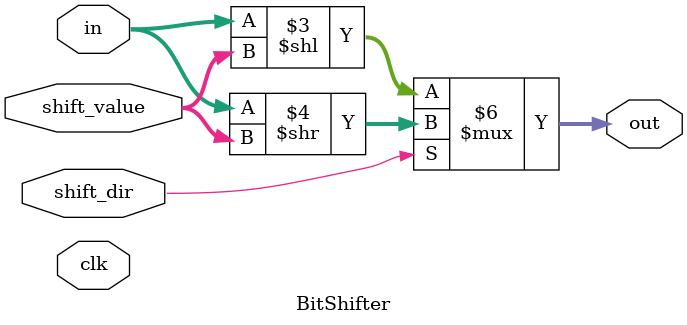
<source format=v>
module BitShifter(out, in, shift_value, shift_dir, clk);
    output reg [22:0] out;
    input [22:0] in;
    input [7:0] shift_value;
    input shift_dir;
    input clk;

    always@(clk)
        if(shift_dir == 1'b0)
            out <= in << shift_value;
        else
            out <= in >> shift_value;

endmodule
</source>
